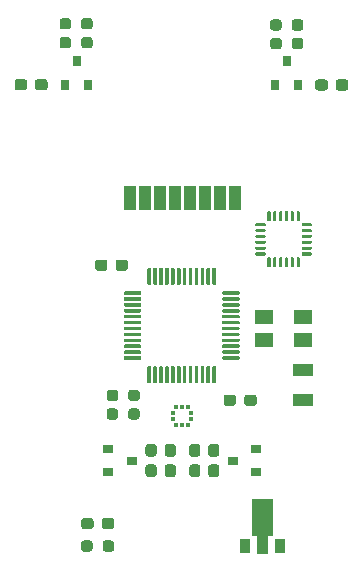
<source format=gbr>
%TF.GenerationSoftware,KiCad,Pcbnew,(5.1.9)-1*%
%TF.CreationDate,2021-03-06T18:52:22-05:00*%
%TF.ProjectId,final_design_v2,66696e61-6c5f-4646-9573-69676e5f7632,rev?*%
%TF.SameCoordinates,Original*%
%TF.FileFunction,Paste,Top*%
%TF.FilePolarity,Positive*%
%FSLAX46Y46*%
G04 Gerber Fmt 4.6, Leading zero omitted, Abs format (unit mm)*
G04 Created by KiCad (PCBNEW (5.1.9)-1) date 2021-03-06 18:52:22*
%MOMM*%
%LPD*%
G01*
G04 APERTURE LIST*
%ADD10R,1.000000X2.000000*%
%ADD11R,0.800000X0.900000*%
%ADD12R,0.900000X0.800000*%
%ADD13R,0.350000X0.380000*%
%ADD14R,0.900000X1.300000*%
%ADD15C,0.100000*%
%ADD16R,1.800000X1.000000*%
%ADD17R,1.600000X1.300000*%
G04 APERTURE END LIST*
D10*
%TO.C,U4*%
X144990100Y-93002600D03*
X146260100Y-93002600D03*
X147530100Y-93002600D03*
X148800100Y-93002600D03*
X150070100Y-93002600D03*
X151340100Y-93002600D03*
X152610100Y-93002600D03*
X153880100Y-93002600D03*
%TD*%
%TO.C,C19*%
G36*
G01*
X138039300Y-83150700D02*
X138039300Y-83625700D01*
G75*
G02*
X137801800Y-83863200I-237500J0D01*
G01*
X137201800Y-83863200D01*
G75*
G02*
X136964300Y-83625700I0J237500D01*
G01*
X136964300Y-83150700D01*
G75*
G02*
X137201800Y-82913200I237500J0D01*
G01*
X137801800Y-82913200D01*
G75*
G02*
X138039300Y-83150700I0J-237500D01*
G01*
G37*
G36*
G01*
X136314300Y-83150700D02*
X136314300Y-83625700D01*
G75*
G02*
X136076800Y-83863200I-237500J0D01*
G01*
X135476800Y-83863200D01*
G75*
G02*
X135239300Y-83625700I0J237500D01*
G01*
X135239300Y-83150700D01*
G75*
G02*
X135476800Y-82913200I237500J0D01*
G01*
X136076800Y-82913200D01*
G75*
G02*
X136314300Y-83150700I0J-237500D01*
G01*
G37*
%TD*%
%TO.C,C20*%
G36*
G01*
X160690100Y-83651100D02*
X160690100Y-83176100D01*
G75*
G02*
X160927600Y-82938600I237500J0D01*
G01*
X161527600Y-82938600D01*
G75*
G02*
X161765100Y-83176100I0J-237500D01*
G01*
X161765100Y-83651100D01*
G75*
G02*
X161527600Y-83888600I-237500J0D01*
G01*
X160927600Y-83888600D01*
G75*
G02*
X160690100Y-83651100I0J237500D01*
G01*
G37*
G36*
G01*
X162415100Y-83651100D02*
X162415100Y-83176100D01*
G75*
G02*
X162652600Y-82938600I237500J0D01*
G01*
X163252600Y-82938600D01*
G75*
G02*
X163490100Y-83176100I0J-237500D01*
G01*
X163490100Y-83651100D01*
G75*
G02*
X163252600Y-83888600I-237500J0D01*
G01*
X162652600Y-83888600D01*
G75*
G02*
X162415100Y-83651100I0J237500D01*
G01*
G37*
%TD*%
%TO.C,C22*%
G36*
G01*
X148187400Y-115539400D02*
X148662400Y-115539400D01*
G75*
G02*
X148899900Y-115776900I0J-237500D01*
G01*
X148899900Y-116376900D01*
G75*
G02*
X148662400Y-116614400I-237500J0D01*
G01*
X148187400Y-116614400D01*
G75*
G02*
X147949900Y-116376900I0J237500D01*
G01*
X147949900Y-115776900D01*
G75*
G02*
X148187400Y-115539400I237500J0D01*
G01*
G37*
G36*
G01*
X148187400Y-113814400D02*
X148662400Y-113814400D01*
G75*
G02*
X148899900Y-114051900I0J-237500D01*
G01*
X148899900Y-114651900D01*
G75*
G02*
X148662400Y-114889400I-237500J0D01*
G01*
X148187400Y-114889400D01*
G75*
G02*
X147949900Y-114651900I0J237500D01*
G01*
X147949900Y-114051900D01*
G75*
G02*
X148187400Y-113814400I237500J0D01*
G01*
G37*
%TD*%
%TO.C,C23*%
G36*
G01*
X150270200Y-115539400D02*
X150745200Y-115539400D01*
G75*
G02*
X150982700Y-115776900I0J-237500D01*
G01*
X150982700Y-116376900D01*
G75*
G02*
X150745200Y-116614400I-237500J0D01*
G01*
X150270200Y-116614400D01*
G75*
G02*
X150032700Y-116376900I0J237500D01*
G01*
X150032700Y-115776900D01*
G75*
G02*
X150270200Y-115539400I237500J0D01*
G01*
G37*
G36*
G01*
X150270200Y-113814400D02*
X150745200Y-113814400D01*
G75*
G02*
X150982700Y-114051900I0J-237500D01*
G01*
X150982700Y-114651900D01*
G75*
G02*
X150745200Y-114889400I-237500J0D01*
G01*
X150270200Y-114889400D01*
G75*
G02*
X150032700Y-114651900I0J237500D01*
G01*
X150032700Y-114051900D01*
G75*
G02*
X150270200Y-113814400I237500J0D01*
G01*
G37*
%TD*%
%TO.C,C25*%
G36*
G01*
X146561800Y-113814400D02*
X147036800Y-113814400D01*
G75*
G02*
X147274300Y-114051900I0J-237500D01*
G01*
X147274300Y-114651900D01*
G75*
G02*
X147036800Y-114889400I-237500J0D01*
G01*
X146561800Y-114889400D01*
G75*
G02*
X146324300Y-114651900I0J237500D01*
G01*
X146324300Y-114051900D01*
G75*
G02*
X146561800Y-113814400I237500J0D01*
G01*
G37*
G36*
G01*
X146561800Y-115539400D02*
X147036800Y-115539400D01*
G75*
G02*
X147274300Y-115776900I0J-237500D01*
G01*
X147274300Y-116376900D01*
G75*
G02*
X147036800Y-116614400I-237500J0D01*
G01*
X146561800Y-116614400D01*
G75*
G02*
X146324300Y-116376900I0J237500D01*
G01*
X146324300Y-115776900D01*
G75*
G02*
X146561800Y-115539400I237500J0D01*
G01*
G37*
%TD*%
%TO.C,C26*%
G36*
G01*
X151870400Y-113814400D02*
X152345400Y-113814400D01*
G75*
G02*
X152582900Y-114051900I0J-237500D01*
G01*
X152582900Y-114651900D01*
G75*
G02*
X152345400Y-114889400I-237500J0D01*
G01*
X151870400Y-114889400D01*
G75*
G02*
X151632900Y-114651900I0J237500D01*
G01*
X151632900Y-114051900D01*
G75*
G02*
X151870400Y-113814400I237500J0D01*
G01*
G37*
G36*
G01*
X151870400Y-115539400D02*
X152345400Y-115539400D01*
G75*
G02*
X152582900Y-115776900I0J-237500D01*
G01*
X152582900Y-116376900D01*
G75*
G02*
X152345400Y-116614400I-237500J0D01*
G01*
X151870400Y-116614400D01*
G75*
G02*
X151632900Y-116376900I0J237500D01*
G01*
X151632900Y-115776900D01*
G75*
G02*
X151870400Y-115539400I237500J0D01*
G01*
G37*
%TD*%
%TO.C,PWR*%
G36*
G01*
X143678100Y-120310900D02*
X143678100Y-120785900D01*
G75*
G02*
X143440600Y-121023400I-237500J0D01*
G01*
X142865600Y-121023400D01*
G75*
G02*
X142628100Y-120785900I0J237500D01*
G01*
X142628100Y-120310900D01*
G75*
G02*
X142865600Y-120073400I237500J0D01*
G01*
X143440600Y-120073400D01*
G75*
G02*
X143678100Y-120310900I0J-237500D01*
G01*
G37*
G36*
G01*
X141928100Y-120310900D02*
X141928100Y-120785900D01*
G75*
G02*
X141690600Y-121023400I-237500J0D01*
G01*
X141115600Y-121023400D01*
G75*
G02*
X140878100Y-120785900I0J237500D01*
G01*
X140878100Y-120310900D01*
G75*
G02*
X141115600Y-120073400I237500J0D01*
G01*
X141690600Y-120073400D01*
G75*
G02*
X141928100Y-120310900I0J-237500D01*
G01*
G37*
%TD*%
%TO.C,HEARTBEAT*%
G36*
G01*
X153993100Y-109871500D02*
X153993100Y-110346500D01*
G75*
G02*
X153755600Y-110584000I-237500J0D01*
G01*
X153180600Y-110584000D01*
G75*
G02*
X152943100Y-110346500I0J237500D01*
G01*
X152943100Y-109871500D01*
G75*
G02*
X153180600Y-109634000I237500J0D01*
G01*
X153755600Y-109634000D01*
G75*
G02*
X153993100Y-109871500I0J-237500D01*
G01*
G37*
G36*
G01*
X155743100Y-109871500D02*
X155743100Y-110346500D01*
G75*
G02*
X155505600Y-110584000I-237500J0D01*
G01*
X154930600Y-110584000D01*
G75*
G02*
X154693100Y-110346500I0J237500D01*
G01*
X154693100Y-109871500D01*
G75*
G02*
X154930600Y-109634000I237500J0D01*
G01*
X155505600Y-109634000D01*
G75*
G02*
X155743100Y-109871500I0J-237500D01*
G01*
G37*
%TD*%
%TO.C,COMMS*%
G36*
G01*
X142046500Y-98916500D02*
X142046500Y-98441500D01*
G75*
G02*
X142284000Y-98204000I237500J0D01*
G01*
X142859000Y-98204000D01*
G75*
G02*
X143096500Y-98441500I0J-237500D01*
G01*
X143096500Y-98916500D01*
G75*
G02*
X142859000Y-99154000I-237500J0D01*
G01*
X142284000Y-99154000D01*
G75*
G02*
X142046500Y-98916500I0J237500D01*
G01*
G37*
G36*
G01*
X143796500Y-98916500D02*
X143796500Y-98441500D01*
G75*
G02*
X144034000Y-98204000I237500J0D01*
G01*
X144609000Y-98204000D01*
G75*
G02*
X144846500Y-98441500I0J-237500D01*
G01*
X144846500Y-98916500D01*
G75*
G02*
X144609000Y-99154000I-237500J0D01*
G01*
X144034000Y-99154000D01*
G75*
G02*
X143796500Y-98916500I0J237500D01*
G01*
G37*
%TD*%
D11*
%TO.C,Q1*%
X140500100Y-81423000D03*
X141450100Y-83423000D03*
X139550100Y-83423000D03*
%TD*%
%TO.C,Q2*%
X158280100Y-81423000D03*
X159230100Y-83423000D03*
X157330100Y-83423000D03*
%TD*%
D12*
%TO.C,Q3*%
X143157700Y-114264400D03*
X143157700Y-116164400D03*
X145157700Y-115214400D03*
%TD*%
%TO.C,Q4*%
X155698700Y-116164400D03*
X155698700Y-114264400D03*
X153698700Y-115214400D03*
%TD*%
%TO.C,R1*%
G36*
G01*
X142703100Y-122690900D02*
X142703100Y-122215900D01*
G75*
G02*
X142940600Y-121978400I237500J0D01*
G01*
X143440600Y-121978400D01*
G75*
G02*
X143678100Y-122215900I0J-237500D01*
G01*
X143678100Y-122690900D01*
G75*
G02*
X143440600Y-122928400I-237500J0D01*
G01*
X142940600Y-122928400D01*
G75*
G02*
X142703100Y-122690900I0J237500D01*
G01*
G37*
G36*
G01*
X140878100Y-122690900D02*
X140878100Y-122215900D01*
G75*
G02*
X141115600Y-121978400I237500J0D01*
G01*
X141615600Y-121978400D01*
G75*
G02*
X141853100Y-122215900I0J-237500D01*
G01*
X141853100Y-122690900D01*
G75*
G02*
X141615600Y-122928400I-237500J0D01*
G01*
X141115600Y-122928400D01*
G75*
G02*
X140878100Y-122690900I0J237500D01*
G01*
G37*
%TD*%
%TO.C,R4*%
G36*
G01*
X144862100Y-109940100D02*
X144862100Y-109465100D01*
G75*
G02*
X145099600Y-109227600I237500J0D01*
G01*
X145599600Y-109227600D01*
G75*
G02*
X145837100Y-109465100I0J-237500D01*
G01*
X145837100Y-109940100D01*
G75*
G02*
X145599600Y-110177600I-237500J0D01*
G01*
X145099600Y-110177600D01*
G75*
G02*
X144862100Y-109940100I0J237500D01*
G01*
G37*
G36*
G01*
X143037100Y-109940100D02*
X143037100Y-109465100D01*
G75*
G02*
X143274600Y-109227600I237500J0D01*
G01*
X143774600Y-109227600D01*
G75*
G02*
X144012100Y-109465100I0J-237500D01*
G01*
X144012100Y-109940100D01*
G75*
G02*
X143774600Y-110177600I-237500J0D01*
G01*
X143274600Y-110177600D01*
G75*
G02*
X143037100Y-109940100I0J237500D01*
G01*
G37*
%TD*%
%TO.C,R5*%
G36*
G01*
X144862100Y-111514900D02*
X144862100Y-111039900D01*
G75*
G02*
X145099600Y-110802400I237500J0D01*
G01*
X145599600Y-110802400D01*
G75*
G02*
X145837100Y-111039900I0J-237500D01*
G01*
X145837100Y-111514900D01*
G75*
G02*
X145599600Y-111752400I-237500J0D01*
G01*
X145099600Y-111752400D01*
G75*
G02*
X144862100Y-111514900I0J237500D01*
G01*
G37*
G36*
G01*
X143037100Y-111514900D02*
X143037100Y-111039900D01*
G75*
G02*
X143274600Y-110802400I237500J0D01*
G01*
X143774600Y-110802400D01*
G75*
G02*
X144012100Y-111039900I0J-237500D01*
G01*
X144012100Y-111514900D01*
G75*
G02*
X143774600Y-111752400I-237500J0D01*
G01*
X143274600Y-111752400D01*
G75*
G02*
X143037100Y-111514900I0J237500D01*
G01*
G37*
%TD*%
%TO.C,R11*%
G36*
G01*
X140874300Y-78469500D02*
X140874300Y-77994500D01*
G75*
G02*
X141111800Y-77757000I237500J0D01*
G01*
X141611800Y-77757000D01*
G75*
G02*
X141849300Y-77994500I0J-237500D01*
G01*
X141849300Y-78469500D01*
G75*
G02*
X141611800Y-78707000I-237500J0D01*
G01*
X141111800Y-78707000D01*
G75*
G02*
X140874300Y-78469500I0J237500D01*
G01*
G37*
G36*
G01*
X139049300Y-78469500D02*
X139049300Y-77994500D01*
G75*
G02*
X139286800Y-77757000I237500J0D01*
G01*
X139786800Y-77757000D01*
G75*
G02*
X140024300Y-77994500I0J-237500D01*
G01*
X140024300Y-78469500D01*
G75*
G02*
X139786800Y-78707000I-237500J0D01*
G01*
X139286800Y-78707000D01*
G75*
G02*
X139049300Y-78469500I0J237500D01*
G01*
G37*
%TD*%
%TO.C,R12*%
G36*
G01*
X157855100Y-78096100D02*
X157855100Y-78571100D01*
G75*
G02*
X157617600Y-78808600I-237500J0D01*
G01*
X157117600Y-78808600D01*
G75*
G02*
X156880100Y-78571100I0J237500D01*
G01*
X156880100Y-78096100D01*
G75*
G02*
X157117600Y-77858600I237500J0D01*
G01*
X157617600Y-77858600D01*
G75*
G02*
X157855100Y-78096100I0J-237500D01*
G01*
G37*
G36*
G01*
X159680100Y-78096100D02*
X159680100Y-78571100D01*
G75*
G02*
X159442600Y-78808600I-237500J0D01*
G01*
X158942600Y-78808600D01*
G75*
G02*
X158705100Y-78571100I0J237500D01*
G01*
X158705100Y-78096100D01*
G75*
G02*
X158942600Y-77858600I237500J0D01*
G01*
X159442600Y-77858600D01*
G75*
G02*
X159680100Y-78096100I0J-237500D01*
G01*
G37*
%TD*%
%TO.C,R13*%
G36*
G01*
X139049300Y-80069700D02*
X139049300Y-79594700D01*
G75*
G02*
X139286800Y-79357200I237500J0D01*
G01*
X139786800Y-79357200D01*
G75*
G02*
X140024300Y-79594700I0J-237500D01*
G01*
X140024300Y-80069700D01*
G75*
G02*
X139786800Y-80307200I-237500J0D01*
G01*
X139286800Y-80307200D01*
G75*
G02*
X139049300Y-80069700I0J237500D01*
G01*
G37*
G36*
G01*
X140874300Y-80069700D02*
X140874300Y-79594700D01*
G75*
G02*
X141111800Y-79357200I237500J0D01*
G01*
X141611800Y-79357200D01*
G75*
G02*
X141849300Y-79594700I0J-237500D01*
G01*
X141849300Y-80069700D01*
G75*
G02*
X141611800Y-80307200I-237500J0D01*
G01*
X141111800Y-80307200D01*
G75*
G02*
X140874300Y-80069700I0J237500D01*
G01*
G37*
%TD*%
%TO.C,R14*%
G36*
G01*
X156880100Y-80145900D02*
X156880100Y-79670900D01*
G75*
G02*
X157117600Y-79433400I237500J0D01*
G01*
X157617600Y-79433400D01*
G75*
G02*
X157855100Y-79670900I0J-237500D01*
G01*
X157855100Y-80145900D01*
G75*
G02*
X157617600Y-80383400I-237500J0D01*
G01*
X157117600Y-80383400D01*
G75*
G02*
X156880100Y-80145900I0J237500D01*
G01*
G37*
G36*
G01*
X158705100Y-80145900D02*
X158705100Y-79670900D01*
G75*
G02*
X158942600Y-79433400I237500J0D01*
G01*
X159442600Y-79433400D01*
G75*
G02*
X159680100Y-79670900I0J-237500D01*
G01*
X159680100Y-80145900D01*
G75*
G02*
X159442600Y-80383400I-237500J0D01*
G01*
X158942600Y-80383400D01*
G75*
G02*
X158705100Y-80145900I0J237500D01*
G01*
G37*
%TD*%
%TO.C,U1*%
G36*
G01*
X154290100Y-106459400D02*
X154290100Y-106609400D01*
G75*
G02*
X154215100Y-106684400I-75000J0D01*
G01*
X152890100Y-106684400D01*
G75*
G02*
X152815100Y-106609400I0J75000D01*
G01*
X152815100Y-106459400D01*
G75*
G02*
X152890100Y-106384400I75000J0D01*
G01*
X154215100Y-106384400D01*
G75*
G02*
X154290100Y-106459400I0J-75000D01*
G01*
G37*
G36*
G01*
X154290100Y-105959400D02*
X154290100Y-106109400D01*
G75*
G02*
X154215100Y-106184400I-75000J0D01*
G01*
X152890100Y-106184400D01*
G75*
G02*
X152815100Y-106109400I0J75000D01*
G01*
X152815100Y-105959400D01*
G75*
G02*
X152890100Y-105884400I75000J0D01*
G01*
X154215100Y-105884400D01*
G75*
G02*
X154290100Y-105959400I0J-75000D01*
G01*
G37*
G36*
G01*
X154290100Y-105459400D02*
X154290100Y-105609400D01*
G75*
G02*
X154215100Y-105684400I-75000J0D01*
G01*
X152890100Y-105684400D01*
G75*
G02*
X152815100Y-105609400I0J75000D01*
G01*
X152815100Y-105459400D01*
G75*
G02*
X152890100Y-105384400I75000J0D01*
G01*
X154215100Y-105384400D01*
G75*
G02*
X154290100Y-105459400I0J-75000D01*
G01*
G37*
G36*
G01*
X154290100Y-104959400D02*
X154290100Y-105109400D01*
G75*
G02*
X154215100Y-105184400I-75000J0D01*
G01*
X152890100Y-105184400D01*
G75*
G02*
X152815100Y-105109400I0J75000D01*
G01*
X152815100Y-104959400D01*
G75*
G02*
X152890100Y-104884400I75000J0D01*
G01*
X154215100Y-104884400D01*
G75*
G02*
X154290100Y-104959400I0J-75000D01*
G01*
G37*
G36*
G01*
X154290100Y-104459400D02*
X154290100Y-104609400D01*
G75*
G02*
X154215100Y-104684400I-75000J0D01*
G01*
X152890100Y-104684400D01*
G75*
G02*
X152815100Y-104609400I0J75000D01*
G01*
X152815100Y-104459400D01*
G75*
G02*
X152890100Y-104384400I75000J0D01*
G01*
X154215100Y-104384400D01*
G75*
G02*
X154290100Y-104459400I0J-75000D01*
G01*
G37*
G36*
G01*
X154290100Y-103959400D02*
X154290100Y-104109400D01*
G75*
G02*
X154215100Y-104184400I-75000J0D01*
G01*
X152890100Y-104184400D01*
G75*
G02*
X152815100Y-104109400I0J75000D01*
G01*
X152815100Y-103959400D01*
G75*
G02*
X152890100Y-103884400I75000J0D01*
G01*
X154215100Y-103884400D01*
G75*
G02*
X154290100Y-103959400I0J-75000D01*
G01*
G37*
G36*
G01*
X154290100Y-103459400D02*
X154290100Y-103609400D01*
G75*
G02*
X154215100Y-103684400I-75000J0D01*
G01*
X152890100Y-103684400D01*
G75*
G02*
X152815100Y-103609400I0J75000D01*
G01*
X152815100Y-103459400D01*
G75*
G02*
X152890100Y-103384400I75000J0D01*
G01*
X154215100Y-103384400D01*
G75*
G02*
X154290100Y-103459400I0J-75000D01*
G01*
G37*
G36*
G01*
X154290100Y-102959400D02*
X154290100Y-103109400D01*
G75*
G02*
X154215100Y-103184400I-75000J0D01*
G01*
X152890100Y-103184400D01*
G75*
G02*
X152815100Y-103109400I0J75000D01*
G01*
X152815100Y-102959400D01*
G75*
G02*
X152890100Y-102884400I75000J0D01*
G01*
X154215100Y-102884400D01*
G75*
G02*
X154290100Y-102959400I0J-75000D01*
G01*
G37*
G36*
G01*
X154290100Y-102459400D02*
X154290100Y-102609400D01*
G75*
G02*
X154215100Y-102684400I-75000J0D01*
G01*
X152890100Y-102684400D01*
G75*
G02*
X152815100Y-102609400I0J75000D01*
G01*
X152815100Y-102459400D01*
G75*
G02*
X152890100Y-102384400I75000J0D01*
G01*
X154215100Y-102384400D01*
G75*
G02*
X154290100Y-102459400I0J-75000D01*
G01*
G37*
G36*
G01*
X154290100Y-101959400D02*
X154290100Y-102109400D01*
G75*
G02*
X154215100Y-102184400I-75000J0D01*
G01*
X152890100Y-102184400D01*
G75*
G02*
X152815100Y-102109400I0J75000D01*
G01*
X152815100Y-101959400D01*
G75*
G02*
X152890100Y-101884400I75000J0D01*
G01*
X154215100Y-101884400D01*
G75*
G02*
X154290100Y-101959400I0J-75000D01*
G01*
G37*
G36*
G01*
X154290100Y-101459400D02*
X154290100Y-101609400D01*
G75*
G02*
X154215100Y-101684400I-75000J0D01*
G01*
X152890100Y-101684400D01*
G75*
G02*
X152815100Y-101609400I0J75000D01*
G01*
X152815100Y-101459400D01*
G75*
G02*
X152890100Y-101384400I75000J0D01*
G01*
X154215100Y-101384400D01*
G75*
G02*
X154290100Y-101459400I0J-75000D01*
G01*
G37*
G36*
G01*
X154290100Y-100959400D02*
X154290100Y-101109400D01*
G75*
G02*
X154215100Y-101184400I-75000J0D01*
G01*
X152890100Y-101184400D01*
G75*
G02*
X152815100Y-101109400I0J75000D01*
G01*
X152815100Y-100959400D01*
G75*
G02*
X152890100Y-100884400I75000J0D01*
G01*
X154215100Y-100884400D01*
G75*
G02*
X154290100Y-100959400I0J-75000D01*
G01*
G37*
G36*
G01*
X152290100Y-98959400D02*
X152290100Y-100284400D01*
G75*
G02*
X152215100Y-100359400I-75000J0D01*
G01*
X152065100Y-100359400D01*
G75*
G02*
X151990100Y-100284400I0J75000D01*
G01*
X151990100Y-98959400D01*
G75*
G02*
X152065100Y-98884400I75000J0D01*
G01*
X152215100Y-98884400D01*
G75*
G02*
X152290100Y-98959400I0J-75000D01*
G01*
G37*
G36*
G01*
X151790100Y-98959400D02*
X151790100Y-100284400D01*
G75*
G02*
X151715100Y-100359400I-75000J0D01*
G01*
X151565100Y-100359400D01*
G75*
G02*
X151490100Y-100284400I0J75000D01*
G01*
X151490100Y-98959400D01*
G75*
G02*
X151565100Y-98884400I75000J0D01*
G01*
X151715100Y-98884400D01*
G75*
G02*
X151790100Y-98959400I0J-75000D01*
G01*
G37*
G36*
G01*
X151290100Y-98959400D02*
X151290100Y-100284400D01*
G75*
G02*
X151215100Y-100359400I-75000J0D01*
G01*
X151065100Y-100359400D01*
G75*
G02*
X150990100Y-100284400I0J75000D01*
G01*
X150990100Y-98959400D01*
G75*
G02*
X151065100Y-98884400I75000J0D01*
G01*
X151215100Y-98884400D01*
G75*
G02*
X151290100Y-98959400I0J-75000D01*
G01*
G37*
G36*
G01*
X150790100Y-98959400D02*
X150790100Y-100284400D01*
G75*
G02*
X150715100Y-100359400I-75000J0D01*
G01*
X150565100Y-100359400D01*
G75*
G02*
X150490100Y-100284400I0J75000D01*
G01*
X150490100Y-98959400D01*
G75*
G02*
X150565100Y-98884400I75000J0D01*
G01*
X150715100Y-98884400D01*
G75*
G02*
X150790100Y-98959400I0J-75000D01*
G01*
G37*
G36*
G01*
X150290100Y-98959400D02*
X150290100Y-100284400D01*
G75*
G02*
X150215100Y-100359400I-75000J0D01*
G01*
X150065100Y-100359400D01*
G75*
G02*
X149990100Y-100284400I0J75000D01*
G01*
X149990100Y-98959400D01*
G75*
G02*
X150065100Y-98884400I75000J0D01*
G01*
X150215100Y-98884400D01*
G75*
G02*
X150290100Y-98959400I0J-75000D01*
G01*
G37*
G36*
G01*
X149790100Y-98959400D02*
X149790100Y-100284400D01*
G75*
G02*
X149715100Y-100359400I-75000J0D01*
G01*
X149565100Y-100359400D01*
G75*
G02*
X149490100Y-100284400I0J75000D01*
G01*
X149490100Y-98959400D01*
G75*
G02*
X149565100Y-98884400I75000J0D01*
G01*
X149715100Y-98884400D01*
G75*
G02*
X149790100Y-98959400I0J-75000D01*
G01*
G37*
G36*
G01*
X149290100Y-98959400D02*
X149290100Y-100284400D01*
G75*
G02*
X149215100Y-100359400I-75000J0D01*
G01*
X149065100Y-100359400D01*
G75*
G02*
X148990100Y-100284400I0J75000D01*
G01*
X148990100Y-98959400D01*
G75*
G02*
X149065100Y-98884400I75000J0D01*
G01*
X149215100Y-98884400D01*
G75*
G02*
X149290100Y-98959400I0J-75000D01*
G01*
G37*
G36*
G01*
X148790100Y-98959400D02*
X148790100Y-100284400D01*
G75*
G02*
X148715100Y-100359400I-75000J0D01*
G01*
X148565100Y-100359400D01*
G75*
G02*
X148490100Y-100284400I0J75000D01*
G01*
X148490100Y-98959400D01*
G75*
G02*
X148565100Y-98884400I75000J0D01*
G01*
X148715100Y-98884400D01*
G75*
G02*
X148790100Y-98959400I0J-75000D01*
G01*
G37*
G36*
G01*
X148290100Y-98959400D02*
X148290100Y-100284400D01*
G75*
G02*
X148215100Y-100359400I-75000J0D01*
G01*
X148065100Y-100359400D01*
G75*
G02*
X147990100Y-100284400I0J75000D01*
G01*
X147990100Y-98959400D01*
G75*
G02*
X148065100Y-98884400I75000J0D01*
G01*
X148215100Y-98884400D01*
G75*
G02*
X148290100Y-98959400I0J-75000D01*
G01*
G37*
G36*
G01*
X147790100Y-98959400D02*
X147790100Y-100284400D01*
G75*
G02*
X147715100Y-100359400I-75000J0D01*
G01*
X147565100Y-100359400D01*
G75*
G02*
X147490100Y-100284400I0J75000D01*
G01*
X147490100Y-98959400D01*
G75*
G02*
X147565100Y-98884400I75000J0D01*
G01*
X147715100Y-98884400D01*
G75*
G02*
X147790100Y-98959400I0J-75000D01*
G01*
G37*
G36*
G01*
X147290100Y-98959400D02*
X147290100Y-100284400D01*
G75*
G02*
X147215100Y-100359400I-75000J0D01*
G01*
X147065100Y-100359400D01*
G75*
G02*
X146990100Y-100284400I0J75000D01*
G01*
X146990100Y-98959400D01*
G75*
G02*
X147065100Y-98884400I75000J0D01*
G01*
X147215100Y-98884400D01*
G75*
G02*
X147290100Y-98959400I0J-75000D01*
G01*
G37*
G36*
G01*
X146790100Y-98959400D02*
X146790100Y-100284400D01*
G75*
G02*
X146715100Y-100359400I-75000J0D01*
G01*
X146565100Y-100359400D01*
G75*
G02*
X146490100Y-100284400I0J75000D01*
G01*
X146490100Y-98959400D01*
G75*
G02*
X146565100Y-98884400I75000J0D01*
G01*
X146715100Y-98884400D01*
G75*
G02*
X146790100Y-98959400I0J-75000D01*
G01*
G37*
G36*
G01*
X145965100Y-100959400D02*
X145965100Y-101109400D01*
G75*
G02*
X145890100Y-101184400I-75000J0D01*
G01*
X144565100Y-101184400D01*
G75*
G02*
X144490100Y-101109400I0J75000D01*
G01*
X144490100Y-100959400D01*
G75*
G02*
X144565100Y-100884400I75000J0D01*
G01*
X145890100Y-100884400D01*
G75*
G02*
X145965100Y-100959400I0J-75000D01*
G01*
G37*
G36*
G01*
X145965100Y-101459400D02*
X145965100Y-101609400D01*
G75*
G02*
X145890100Y-101684400I-75000J0D01*
G01*
X144565100Y-101684400D01*
G75*
G02*
X144490100Y-101609400I0J75000D01*
G01*
X144490100Y-101459400D01*
G75*
G02*
X144565100Y-101384400I75000J0D01*
G01*
X145890100Y-101384400D01*
G75*
G02*
X145965100Y-101459400I0J-75000D01*
G01*
G37*
G36*
G01*
X145965100Y-101959400D02*
X145965100Y-102109400D01*
G75*
G02*
X145890100Y-102184400I-75000J0D01*
G01*
X144565100Y-102184400D01*
G75*
G02*
X144490100Y-102109400I0J75000D01*
G01*
X144490100Y-101959400D01*
G75*
G02*
X144565100Y-101884400I75000J0D01*
G01*
X145890100Y-101884400D01*
G75*
G02*
X145965100Y-101959400I0J-75000D01*
G01*
G37*
G36*
G01*
X145965100Y-102459400D02*
X145965100Y-102609400D01*
G75*
G02*
X145890100Y-102684400I-75000J0D01*
G01*
X144565100Y-102684400D01*
G75*
G02*
X144490100Y-102609400I0J75000D01*
G01*
X144490100Y-102459400D01*
G75*
G02*
X144565100Y-102384400I75000J0D01*
G01*
X145890100Y-102384400D01*
G75*
G02*
X145965100Y-102459400I0J-75000D01*
G01*
G37*
G36*
G01*
X145965100Y-102959400D02*
X145965100Y-103109400D01*
G75*
G02*
X145890100Y-103184400I-75000J0D01*
G01*
X144565100Y-103184400D01*
G75*
G02*
X144490100Y-103109400I0J75000D01*
G01*
X144490100Y-102959400D01*
G75*
G02*
X144565100Y-102884400I75000J0D01*
G01*
X145890100Y-102884400D01*
G75*
G02*
X145965100Y-102959400I0J-75000D01*
G01*
G37*
G36*
G01*
X145965100Y-103459400D02*
X145965100Y-103609400D01*
G75*
G02*
X145890100Y-103684400I-75000J0D01*
G01*
X144565100Y-103684400D01*
G75*
G02*
X144490100Y-103609400I0J75000D01*
G01*
X144490100Y-103459400D01*
G75*
G02*
X144565100Y-103384400I75000J0D01*
G01*
X145890100Y-103384400D01*
G75*
G02*
X145965100Y-103459400I0J-75000D01*
G01*
G37*
G36*
G01*
X145965100Y-103959400D02*
X145965100Y-104109400D01*
G75*
G02*
X145890100Y-104184400I-75000J0D01*
G01*
X144565100Y-104184400D01*
G75*
G02*
X144490100Y-104109400I0J75000D01*
G01*
X144490100Y-103959400D01*
G75*
G02*
X144565100Y-103884400I75000J0D01*
G01*
X145890100Y-103884400D01*
G75*
G02*
X145965100Y-103959400I0J-75000D01*
G01*
G37*
G36*
G01*
X145965100Y-104459400D02*
X145965100Y-104609400D01*
G75*
G02*
X145890100Y-104684400I-75000J0D01*
G01*
X144565100Y-104684400D01*
G75*
G02*
X144490100Y-104609400I0J75000D01*
G01*
X144490100Y-104459400D01*
G75*
G02*
X144565100Y-104384400I75000J0D01*
G01*
X145890100Y-104384400D01*
G75*
G02*
X145965100Y-104459400I0J-75000D01*
G01*
G37*
G36*
G01*
X145965100Y-104959400D02*
X145965100Y-105109400D01*
G75*
G02*
X145890100Y-105184400I-75000J0D01*
G01*
X144565100Y-105184400D01*
G75*
G02*
X144490100Y-105109400I0J75000D01*
G01*
X144490100Y-104959400D01*
G75*
G02*
X144565100Y-104884400I75000J0D01*
G01*
X145890100Y-104884400D01*
G75*
G02*
X145965100Y-104959400I0J-75000D01*
G01*
G37*
G36*
G01*
X145965100Y-105459400D02*
X145965100Y-105609400D01*
G75*
G02*
X145890100Y-105684400I-75000J0D01*
G01*
X144565100Y-105684400D01*
G75*
G02*
X144490100Y-105609400I0J75000D01*
G01*
X144490100Y-105459400D01*
G75*
G02*
X144565100Y-105384400I75000J0D01*
G01*
X145890100Y-105384400D01*
G75*
G02*
X145965100Y-105459400I0J-75000D01*
G01*
G37*
G36*
G01*
X145965100Y-105959400D02*
X145965100Y-106109400D01*
G75*
G02*
X145890100Y-106184400I-75000J0D01*
G01*
X144565100Y-106184400D01*
G75*
G02*
X144490100Y-106109400I0J75000D01*
G01*
X144490100Y-105959400D01*
G75*
G02*
X144565100Y-105884400I75000J0D01*
G01*
X145890100Y-105884400D01*
G75*
G02*
X145965100Y-105959400I0J-75000D01*
G01*
G37*
G36*
G01*
X145965100Y-106459400D02*
X145965100Y-106609400D01*
G75*
G02*
X145890100Y-106684400I-75000J0D01*
G01*
X144565100Y-106684400D01*
G75*
G02*
X144490100Y-106609400I0J75000D01*
G01*
X144490100Y-106459400D01*
G75*
G02*
X144565100Y-106384400I75000J0D01*
G01*
X145890100Y-106384400D01*
G75*
G02*
X145965100Y-106459400I0J-75000D01*
G01*
G37*
G36*
G01*
X146790100Y-107284400D02*
X146790100Y-108609400D01*
G75*
G02*
X146715100Y-108684400I-75000J0D01*
G01*
X146565100Y-108684400D01*
G75*
G02*
X146490100Y-108609400I0J75000D01*
G01*
X146490100Y-107284400D01*
G75*
G02*
X146565100Y-107209400I75000J0D01*
G01*
X146715100Y-107209400D01*
G75*
G02*
X146790100Y-107284400I0J-75000D01*
G01*
G37*
G36*
G01*
X147290100Y-107284400D02*
X147290100Y-108609400D01*
G75*
G02*
X147215100Y-108684400I-75000J0D01*
G01*
X147065100Y-108684400D01*
G75*
G02*
X146990100Y-108609400I0J75000D01*
G01*
X146990100Y-107284400D01*
G75*
G02*
X147065100Y-107209400I75000J0D01*
G01*
X147215100Y-107209400D01*
G75*
G02*
X147290100Y-107284400I0J-75000D01*
G01*
G37*
G36*
G01*
X147790100Y-107284400D02*
X147790100Y-108609400D01*
G75*
G02*
X147715100Y-108684400I-75000J0D01*
G01*
X147565100Y-108684400D01*
G75*
G02*
X147490100Y-108609400I0J75000D01*
G01*
X147490100Y-107284400D01*
G75*
G02*
X147565100Y-107209400I75000J0D01*
G01*
X147715100Y-107209400D01*
G75*
G02*
X147790100Y-107284400I0J-75000D01*
G01*
G37*
G36*
G01*
X148290100Y-107284400D02*
X148290100Y-108609400D01*
G75*
G02*
X148215100Y-108684400I-75000J0D01*
G01*
X148065100Y-108684400D01*
G75*
G02*
X147990100Y-108609400I0J75000D01*
G01*
X147990100Y-107284400D01*
G75*
G02*
X148065100Y-107209400I75000J0D01*
G01*
X148215100Y-107209400D01*
G75*
G02*
X148290100Y-107284400I0J-75000D01*
G01*
G37*
G36*
G01*
X148790100Y-107284400D02*
X148790100Y-108609400D01*
G75*
G02*
X148715100Y-108684400I-75000J0D01*
G01*
X148565100Y-108684400D01*
G75*
G02*
X148490100Y-108609400I0J75000D01*
G01*
X148490100Y-107284400D01*
G75*
G02*
X148565100Y-107209400I75000J0D01*
G01*
X148715100Y-107209400D01*
G75*
G02*
X148790100Y-107284400I0J-75000D01*
G01*
G37*
G36*
G01*
X149290100Y-107284400D02*
X149290100Y-108609400D01*
G75*
G02*
X149215100Y-108684400I-75000J0D01*
G01*
X149065100Y-108684400D01*
G75*
G02*
X148990100Y-108609400I0J75000D01*
G01*
X148990100Y-107284400D01*
G75*
G02*
X149065100Y-107209400I75000J0D01*
G01*
X149215100Y-107209400D01*
G75*
G02*
X149290100Y-107284400I0J-75000D01*
G01*
G37*
G36*
G01*
X149790100Y-107284400D02*
X149790100Y-108609400D01*
G75*
G02*
X149715100Y-108684400I-75000J0D01*
G01*
X149565100Y-108684400D01*
G75*
G02*
X149490100Y-108609400I0J75000D01*
G01*
X149490100Y-107284400D01*
G75*
G02*
X149565100Y-107209400I75000J0D01*
G01*
X149715100Y-107209400D01*
G75*
G02*
X149790100Y-107284400I0J-75000D01*
G01*
G37*
G36*
G01*
X150290100Y-107284400D02*
X150290100Y-108609400D01*
G75*
G02*
X150215100Y-108684400I-75000J0D01*
G01*
X150065100Y-108684400D01*
G75*
G02*
X149990100Y-108609400I0J75000D01*
G01*
X149990100Y-107284400D01*
G75*
G02*
X150065100Y-107209400I75000J0D01*
G01*
X150215100Y-107209400D01*
G75*
G02*
X150290100Y-107284400I0J-75000D01*
G01*
G37*
G36*
G01*
X150790100Y-107284400D02*
X150790100Y-108609400D01*
G75*
G02*
X150715100Y-108684400I-75000J0D01*
G01*
X150565100Y-108684400D01*
G75*
G02*
X150490100Y-108609400I0J75000D01*
G01*
X150490100Y-107284400D01*
G75*
G02*
X150565100Y-107209400I75000J0D01*
G01*
X150715100Y-107209400D01*
G75*
G02*
X150790100Y-107284400I0J-75000D01*
G01*
G37*
G36*
G01*
X151290100Y-107284400D02*
X151290100Y-108609400D01*
G75*
G02*
X151215100Y-108684400I-75000J0D01*
G01*
X151065100Y-108684400D01*
G75*
G02*
X150990100Y-108609400I0J75000D01*
G01*
X150990100Y-107284400D01*
G75*
G02*
X151065100Y-107209400I75000J0D01*
G01*
X151215100Y-107209400D01*
G75*
G02*
X151290100Y-107284400I0J-75000D01*
G01*
G37*
G36*
G01*
X151790100Y-107284400D02*
X151790100Y-108609400D01*
G75*
G02*
X151715100Y-108684400I-75000J0D01*
G01*
X151565100Y-108684400D01*
G75*
G02*
X151490100Y-108609400I0J75000D01*
G01*
X151490100Y-107284400D01*
G75*
G02*
X151565100Y-107209400I75000J0D01*
G01*
X151715100Y-107209400D01*
G75*
G02*
X151790100Y-107284400I0J-75000D01*
G01*
G37*
G36*
G01*
X152290100Y-107284400D02*
X152290100Y-108609400D01*
G75*
G02*
X152215100Y-108684400I-75000J0D01*
G01*
X152065100Y-108684400D01*
G75*
G02*
X151990100Y-108609400I0J75000D01*
G01*
X151990100Y-107284400D01*
G75*
G02*
X152065100Y-107209400I75000J0D01*
G01*
X152215100Y-107209400D01*
G75*
G02*
X152290100Y-107284400I0J-75000D01*
G01*
G37*
%TD*%
D13*
%TO.C,U2*%
X150155100Y-111705200D03*
X150155100Y-111205200D03*
X149890100Y-110690200D03*
X149390100Y-110690200D03*
X148890100Y-110690200D03*
X148625100Y-111205200D03*
X148625100Y-111705200D03*
X148890100Y-112220200D03*
X149390100Y-112220200D03*
X149890100Y-112220200D03*
%TD*%
D14*
%TO.C,U3*%
X154748100Y-122452400D03*
X157748100Y-122452400D03*
D15*
G36*
X157114600Y-118502400D02*
G01*
X157114600Y-121627400D01*
X156698100Y-121627400D01*
X156698100Y-123102400D01*
X155798100Y-123102400D01*
X155798100Y-121627400D01*
X155381600Y-121627400D01*
X155381600Y-118502400D01*
X157114600Y-118502400D01*
G37*
%TD*%
%TO.C,U5*%
G36*
G01*
X155639100Y-95313800D02*
X155639100Y-95163800D01*
G75*
G02*
X155714100Y-95088800I75000J0D01*
G01*
X156414100Y-95088800D01*
G75*
G02*
X156489100Y-95163800I0J-75000D01*
G01*
X156489100Y-95313800D01*
G75*
G02*
X156414100Y-95388800I-75000J0D01*
G01*
X155714100Y-95388800D01*
G75*
G02*
X155639100Y-95313800I0J75000D01*
G01*
G37*
G36*
G01*
X155639100Y-95813800D02*
X155639100Y-95663800D01*
G75*
G02*
X155714100Y-95588800I75000J0D01*
G01*
X156414100Y-95588800D01*
G75*
G02*
X156489100Y-95663800I0J-75000D01*
G01*
X156489100Y-95813800D01*
G75*
G02*
X156414100Y-95888800I-75000J0D01*
G01*
X155714100Y-95888800D01*
G75*
G02*
X155639100Y-95813800I0J75000D01*
G01*
G37*
G36*
G01*
X155639100Y-96313800D02*
X155639100Y-96163800D01*
G75*
G02*
X155714100Y-96088800I75000J0D01*
G01*
X156414100Y-96088800D01*
G75*
G02*
X156489100Y-96163800I0J-75000D01*
G01*
X156489100Y-96313800D01*
G75*
G02*
X156414100Y-96388800I-75000J0D01*
G01*
X155714100Y-96388800D01*
G75*
G02*
X155639100Y-96313800I0J75000D01*
G01*
G37*
G36*
G01*
X155639100Y-96813800D02*
X155639100Y-96663800D01*
G75*
G02*
X155714100Y-96588800I75000J0D01*
G01*
X156414100Y-96588800D01*
G75*
G02*
X156489100Y-96663800I0J-75000D01*
G01*
X156489100Y-96813800D01*
G75*
G02*
X156414100Y-96888800I-75000J0D01*
G01*
X155714100Y-96888800D01*
G75*
G02*
X155639100Y-96813800I0J75000D01*
G01*
G37*
G36*
G01*
X155639100Y-97313800D02*
X155639100Y-97163800D01*
G75*
G02*
X155714100Y-97088800I75000J0D01*
G01*
X156414100Y-97088800D01*
G75*
G02*
X156489100Y-97163800I0J-75000D01*
G01*
X156489100Y-97313800D01*
G75*
G02*
X156414100Y-97388800I-75000J0D01*
G01*
X155714100Y-97388800D01*
G75*
G02*
X155639100Y-97313800I0J75000D01*
G01*
G37*
G36*
G01*
X155639100Y-97813800D02*
X155639100Y-97663800D01*
G75*
G02*
X155714100Y-97588800I75000J0D01*
G01*
X156414100Y-97588800D01*
G75*
G02*
X156489100Y-97663800I0J-75000D01*
G01*
X156489100Y-97813800D01*
G75*
G02*
X156414100Y-97888800I-75000J0D01*
G01*
X155714100Y-97888800D01*
G75*
G02*
X155639100Y-97813800I0J75000D01*
G01*
G37*
G36*
G01*
X156839100Y-98863800D02*
X156689100Y-98863800D01*
G75*
G02*
X156614100Y-98788800I0J75000D01*
G01*
X156614100Y-98088800D01*
G75*
G02*
X156689100Y-98013800I75000J0D01*
G01*
X156839100Y-98013800D01*
G75*
G02*
X156914100Y-98088800I0J-75000D01*
G01*
X156914100Y-98788800D01*
G75*
G02*
X156839100Y-98863800I-75000J0D01*
G01*
G37*
G36*
G01*
X157339100Y-98863800D02*
X157189100Y-98863800D01*
G75*
G02*
X157114100Y-98788800I0J75000D01*
G01*
X157114100Y-98088800D01*
G75*
G02*
X157189100Y-98013800I75000J0D01*
G01*
X157339100Y-98013800D01*
G75*
G02*
X157414100Y-98088800I0J-75000D01*
G01*
X157414100Y-98788800D01*
G75*
G02*
X157339100Y-98863800I-75000J0D01*
G01*
G37*
G36*
G01*
X157839100Y-98863800D02*
X157689100Y-98863800D01*
G75*
G02*
X157614100Y-98788800I0J75000D01*
G01*
X157614100Y-98088800D01*
G75*
G02*
X157689100Y-98013800I75000J0D01*
G01*
X157839100Y-98013800D01*
G75*
G02*
X157914100Y-98088800I0J-75000D01*
G01*
X157914100Y-98788800D01*
G75*
G02*
X157839100Y-98863800I-75000J0D01*
G01*
G37*
G36*
G01*
X158339100Y-98863800D02*
X158189100Y-98863800D01*
G75*
G02*
X158114100Y-98788800I0J75000D01*
G01*
X158114100Y-98088800D01*
G75*
G02*
X158189100Y-98013800I75000J0D01*
G01*
X158339100Y-98013800D01*
G75*
G02*
X158414100Y-98088800I0J-75000D01*
G01*
X158414100Y-98788800D01*
G75*
G02*
X158339100Y-98863800I-75000J0D01*
G01*
G37*
G36*
G01*
X158839100Y-98863800D02*
X158689100Y-98863800D01*
G75*
G02*
X158614100Y-98788800I0J75000D01*
G01*
X158614100Y-98088800D01*
G75*
G02*
X158689100Y-98013800I75000J0D01*
G01*
X158839100Y-98013800D01*
G75*
G02*
X158914100Y-98088800I0J-75000D01*
G01*
X158914100Y-98788800D01*
G75*
G02*
X158839100Y-98863800I-75000J0D01*
G01*
G37*
G36*
G01*
X159339100Y-98863800D02*
X159189100Y-98863800D01*
G75*
G02*
X159114100Y-98788800I0J75000D01*
G01*
X159114100Y-98088800D01*
G75*
G02*
X159189100Y-98013800I75000J0D01*
G01*
X159339100Y-98013800D01*
G75*
G02*
X159414100Y-98088800I0J-75000D01*
G01*
X159414100Y-98788800D01*
G75*
G02*
X159339100Y-98863800I-75000J0D01*
G01*
G37*
G36*
G01*
X159539100Y-97813800D02*
X159539100Y-97663800D01*
G75*
G02*
X159614100Y-97588800I75000J0D01*
G01*
X160314100Y-97588800D01*
G75*
G02*
X160389100Y-97663800I0J-75000D01*
G01*
X160389100Y-97813800D01*
G75*
G02*
X160314100Y-97888800I-75000J0D01*
G01*
X159614100Y-97888800D01*
G75*
G02*
X159539100Y-97813800I0J75000D01*
G01*
G37*
G36*
G01*
X159539100Y-97313800D02*
X159539100Y-97163800D01*
G75*
G02*
X159614100Y-97088800I75000J0D01*
G01*
X160314100Y-97088800D01*
G75*
G02*
X160389100Y-97163800I0J-75000D01*
G01*
X160389100Y-97313800D01*
G75*
G02*
X160314100Y-97388800I-75000J0D01*
G01*
X159614100Y-97388800D01*
G75*
G02*
X159539100Y-97313800I0J75000D01*
G01*
G37*
G36*
G01*
X159539100Y-96813800D02*
X159539100Y-96663800D01*
G75*
G02*
X159614100Y-96588800I75000J0D01*
G01*
X160314100Y-96588800D01*
G75*
G02*
X160389100Y-96663800I0J-75000D01*
G01*
X160389100Y-96813800D01*
G75*
G02*
X160314100Y-96888800I-75000J0D01*
G01*
X159614100Y-96888800D01*
G75*
G02*
X159539100Y-96813800I0J75000D01*
G01*
G37*
G36*
G01*
X159539100Y-96313800D02*
X159539100Y-96163800D01*
G75*
G02*
X159614100Y-96088800I75000J0D01*
G01*
X160314100Y-96088800D01*
G75*
G02*
X160389100Y-96163800I0J-75000D01*
G01*
X160389100Y-96313800D01*
G75*
G02*
X160314100Y-96388800I-75000J0D01*
G01*
X159614100Y-96388800D01*
G75*
G02*
X159539100Y-96313800I0J75000D01*
G01*
G37*
G36*
G01*
X159539100Y-95813800D02*
X159539100Y-95663800D01*
G75*
G02*
X159614100Y-95588800I75000J0D01*
G01*
X160314100Y-95588800D01*
G75*
G02*
X160389100Y-95663800I0J-75000D01*
G01*
X160389100Y-95813800D01*
G75*
G02*
X160314100Y-95888800I-75000J0D01*
G01*
X159614100Y-95888800D01*
G75*
G02*
X159539100Y-95813800I0J75000D01*
G01*
G37*
G36*
G01*
X159539100Y-95313800D02*
X159539100Y-95163800D01*
G75*
G02*
X159614100Y-95088800I75000J0D01*
G01*
X160314100Y-95088800D01*
G75*
G02*
X160389100Y-95163800I0J-75000D01*
G01*
X160389100Y-95313800D01*
G75*
G02*
X160314100Y-95388800I-75000J0D01*
G01*
X159614100Y-95388800D01*
G75*
G02*
X159539100Y-95313800I0J75000D01*
G01*
G37*
G36*
G01*
X159339100Y-94963800D02*
X159189100Y-94963800D01*
G75*
G02*
X159114100Y-94888800I0J75000D01*
G01*
X159114100Y-94188800D01*
G75*
G02*
X159189100Y-94113800I75000J0D01*
G01*
X159339100Y-94113800D01*
G75*
G02*
X159414100Y-94188800I0J-75000D01*
G01*
X159414100Y-94888800D01*
G75*
G02*
X159339100Y-94963800I-75000J0D01*
G01*
G37*
G36*
G01*
X158839100Y-94963800D02*
X158689100Y-94963800D01*
G75*
G02*
X158614100Y-94888800I0J75000D01*
G01*
X158614100Y-94188800D01*
G75*
G02*
X158689100Y-94113800I75000J0D01*
G01*
X158839100Y-94113800D01*
G75*
G02*
X158914100Y-94188800I0J-75000D01*
G01*
X158914100Y-94888800D01*
G75*
G02*
X158839100Y-94963800I-75000J0D01*
G01*
G37*
G36*
G01*
X158339100Y-94963800D02*
X158189100Y-94963800D01*
G75*
G02*
X158114100Y-94888800I0J75000D01*
G01*
X158114100Y-94188800D01*
G75*
G02*
X158189100Y-94113800I75000J0D01*
G01*
X158339100Y-94113800D01*
G75*
G02*
X158414100Y-94188800I0J-75000D01*
G01*
X158414100Y-94888800D01*
G75*
G02*
X158339100Y-94963800I-75000J0D01*
G01*
G37*
G36*
G01*
X157839100Y-94963800D02*
X157689100Y-94963800D01*
G75*
G02*
X157614100Y-94888800I0J75000D01*
G01*
X157614100Y-94188800D01*
G75*
G02*
X157689100Y-94113800I75000J0D01*
G01*
X157839100Y-94113800D01*
G75*
G02*
X157914100Y-94188800I0J-75000D01*
G01*
X157914100Y-94888800D01*
G75*
G02*
X157839100Y-94963800I-75000J0D01*
G01*
G37*
G36*
G01*
X157339100Y-94963800D02*
X157189100Y-94963800D01*
G75*
G02*
X157114100Y-94888800I0J75000D01*
G01*
X157114100Y-94188800D01*
G75*
G02*
X157189100Y-94113800I75000J0D01*
G01*
X157339100Y-94113800D01*
G75*
G02*
X157414100Y-94188800I0J-75000D01*
G01*
X157414100Y-94888800D01*
G75*
G02*
X157339100Y-94963800I-75000J0D01*
G01*
G37*
G36*
G01*
X156839100Y-94963800D02*
X156689100Y-94963800D01*
G75*
G02*
X156614100Y-94888800I0J75000D01*
G01*
X156614100Y-94188800D01*
G75*
G02*
X156689100Y-94113800I75000J0D01*
G01*
X156839100Y-94113800D01*
G75*
G02*
X156914100Y-94188800I0J-75000D01*
G01*
X156914100Y-94888800D01*
G75*
G02*
X156839100Y-94963800I-75000J0D01*
G01*
G37*
%TD*%
D16*
%TO.C,Y1*%
X159677166Y-110070842D03*
X159677166Y-107570842D03*
%TD*%
D17*
%TO.C,Y2*%
X156376100Y-105038400D03*
X159676100Y-105038400D03*
X159676100Y-103038400D03*
X156376100Y-103038400D03*
%TD*%
M02*

</source>
